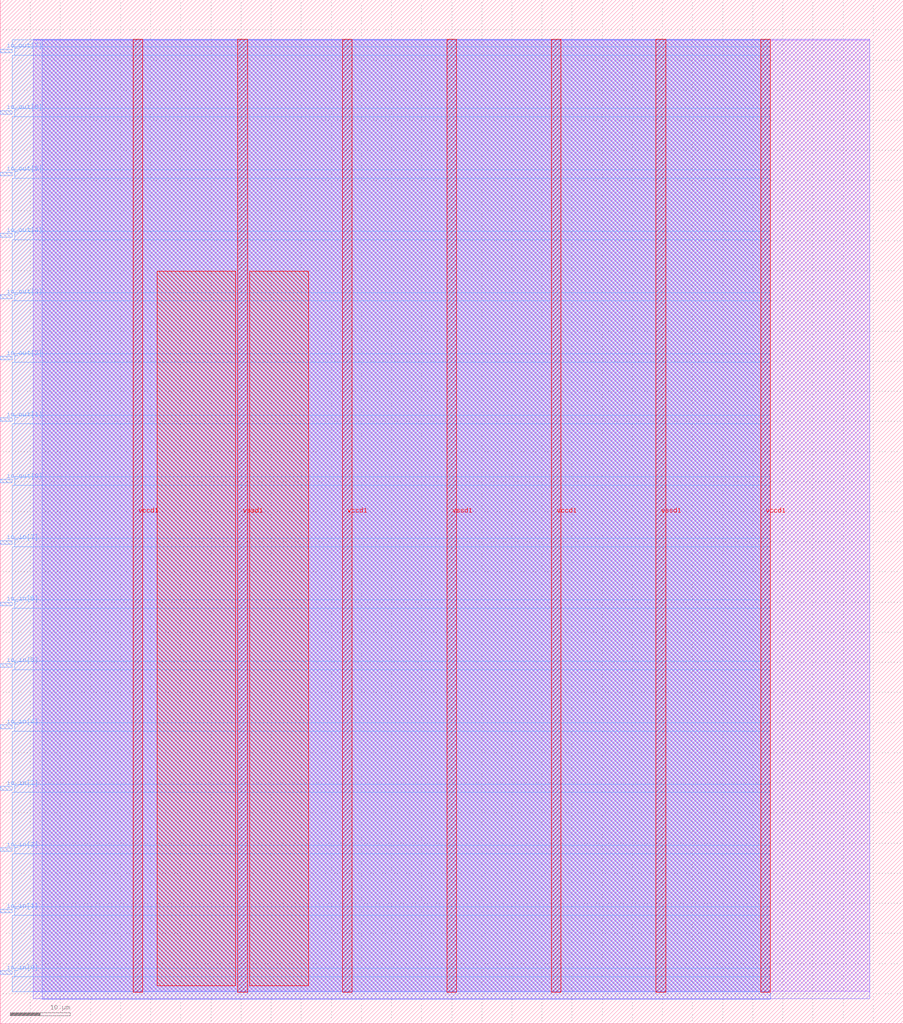
<source format=lef>
VERSION 5.7 ;
  NOWIREEXTENSIONATPIN ON ;
  DIVIDERCHAR "/" ;
  BUSBITCHARS "[]" ;
MACRO jonpaolo02_async_fifo
  CLASS BLOCK ;
  FOREIGN jonpaolo02_async_fifo ;
  ORIGIN 0.000 0.000 ;
  SIZE 150.000 BY 170.000 ;
  PIN io_in[0]
    DIRECTION INPUT ;
    USE SIGNAL ;
    PORT
      LAYER met3 ;
        RECT 0.000 8.200 2.000 8.800 ;
    END
  END io_in[0]
  PIN io_in[1]
    DIRECTION INPUT ;
    USE SIGNAL ;
    PORT
      LAYER met3 ;
        RECT 0.000 18.400 2.000 19.000 ;
    END
  END io_in[1]
  PIN io_in[2]
    DIRECTION INPUT ;
    USE SIGNAL ;
    PORT
      LAYER met3 ;
        RECT 0.000 28.600 2.000 29.200 ;
    END
  END io_in[2]
  PIN io_in[3]
    DIRECTION INPUT ;
    USE SIGNAL ;
    PORT
      LAYER met3 ;
        RECT 0.000 38.800 2.000 39.400 ;
    END
  END io_in[3]
  PIN io_in[4]
    DIRECTION INPUT ;
    USE SIGNAL ;
    PORT
      LAYER met3 ;
        RECT 0.000 49.000 2.000 49.600 ;
    END
  END io_in[4]
  PIN io_in[5]
    DIRECTION INPUT ;
    USE SIGNAL ;
    PORT
      LAYER met3 ;
        RECT 0.000 59.200 2.000 59.800 ;
    END
  END io_in[5]
  PIN io_in[6]
    DIRECTION INPUT ;
    USE SIGNAL ;
    PORT
      LAYER met3 ;
        RECT 0.000 69.400 2.000 70.000 ;
    END
  END io_in[6]
  PIN io_in[7]
    DIRECTION INPUT ;
    USE SIGNAL ;
    PORT
      LAYER met3 ;
        RECT 0.000 79.600 2.000 80.200 ;
    END
  END io_in[7]
  PIN io_out[0]
    DIRECTION OUTPUT TRISTATE ;
    USE SIGNAL ;
    PORT
      LAYER met3 ;
        RECT 0.000 89.800 2.000 90.400 ;
    END
  END io_out[0]
  PIN io_out[1]
    DIRECTION OUTPUT TRISTATE ;
    USE SIGNAL ;
    PORT
      LAYER met3 ;
        RECT 0.000 100.000 2.000 100.600 ;
    END
  END io_out[1]
  PIN io_out[2]
    DIRECTION OUTPUT TRISTATE ;
    USE SIGNAL ;
    PORT
      LAYER met3 ;
        RECT 0.000 110.200 2.000 110.800 ;
    END
  END io_out[2]
  PIN io_out[3]
    DIRECTION OUTPUT TRISTATE ;
    USE SIGNAL ;
    PORT
      LAYER met3 ;
        RECT 0.000 120.400 2.000 121.000 ;
    END
  END io_out[3]
  PIN io_out[4]
    DIRECTION OUTPUT TRISTATE ;
    USE SIGNAL ;
    PORT
      LAYER met3 ;
        RECT 0.000 130.600 2.000 131.200 ;
    END
  END io_out[4]
  PIN io_out[5]
    DIRECTION OUTPUT TRISTATE ;
    USE SIGNAL ;
    PORT
      LAYER met3 ;
        RECT 0.000 140.800 2.000 141.400 ;
    END
  END io_out[5]
  PIN io_out[6]
    DIRECTION OUTPUT TRISTATE ;
    USE SIGNAL ;
    PORT
      LAYER met3 ;
        RECT 0.000 151.000 2.000 151.600 ;
    END
  END io_out[6]
  PIN io_out[7]
    DIRECTION OUTPUT TRISTATE ;
    USE SIGNAL ;
    PORT
      LAYER met3 ;
        RECT 0.000 161.200 2.000 161.800 ;
    END
  END io_out[7]
  PIN vccd1
    DIRECTION INOUT ;
    USE POWER ;
    PORT
      LAYER met4 ;
        RECT 22.090 5.200 23.690 163.440 ;
    END
    PORT
      LAYER met4 ;
        RECT 56.830 5.200 58.430 163.440 ;
    END
    PORT
      LAYER met4 ;
        RECT 91.570 5.200 93.170 163.440 ;
    END
    PORT
      LAYER met4 ;
        RECT 126.310 5.200 127.910 163.440 ;
    END
  END vccd1
  PIN vssd1
    DIRECTION INOUT ;
    USE GROUND ;
    PORT
      LAYER met4 ;
        RECT 39.460 5.200 41.060 163.440 ;
    END
    PORT
      LAYER met4 ;
        RECT 74.200 5.200 75.800 163.440 ;
    END
    PORT
      LAYER met4 ;
        RECT 108.940 5.200 110.540 163.440 ;
    END
  END vssd1
  OBS
      LAYER li1 ;
        RECT 5.520 5.355 144.440 163.285 ;
      LAYER met1 ;
        RECT 5.520 4.120 144.440 163.440 ;
      LAYER met2 ;
        RECT 6.990 4.090 127.880 163.385 ;
      LAYER met3 ;
        RECT 2.000 162.200 127.900 163.365 ;
        RECT 2.400 160.800 127.900 162.200 ;
        RECT 2.000 152.000 127.900 160.800 ;
        RECT 2.400 150.600 127.900 152.000 ;
        RECT 2.000 141.800 127.900 150.600 ;
        RECT 2.400 140.400 127.900 141.800 ;
        RECT 2.000 131.600 127.900 140.400 ;
        RECT 2.400 130.200 127.900 131.600 ;
        RECT 2.000 121.400 127.900 130.200 ;
        RECT 2.400 120.000 127.900 121.400 ;
        RECT 2.000 111.200 127.900 120.000 ;
        RECT 2.400 109.800 127.900 111.200 ;
        RECT 2.000 101.000 127.900 109.800 ;
        RECT 2.400 99.600 127.900 101.000 ;
        RECT 2.000 90.800 127.900 99.600 ;
        RECT 2.400 89.400 127.900 90.800 ;
        RECT 2.000 80.600 127.900 89.400 ;
        RECT 2.400 79.200 127.900 80.600 ;
        RECT 2.000 70.400 127.900 79.200 ;
        RECT 2.400 69.000 127.900 70.400 ;
        RECT 2.000 60.200 127.900 69.000 ;
        RECT 2.400 58.800 127.900 60.200 ;
        RECT 2.000 50.000 127.900 58.800 ;
        RECT 2.400 48.600 127.900 50.000 ;
        RECT 2.000 39.800 127.900 48.600 ;
        RECT 2.400 38.400 127.900 39.800 ;
        RECT 2.000 29.600 127.900 38.400 ;
        RECT 2.400 28.200 127.900 29.600 ;
        RECT 2.000 19.400 127.900 28.200 ;
        RECT 2.400 18.000 127.900 19.400 ;
        RECT 2.000 9.200 127.900 18.000 ;
        RECT 2.400 7.800 127.900 9.200 ;
        RECT 2.000 5.275 127.900 7.800 ;
      LAYER met4 ;
        RECT 26.055 6.295 39.060 124.945 ;
        RECT 41.460 6.295 51.225 124.945 ;
  END
END jonpaolo02_async_fifo
END LIBRARY


</source>
